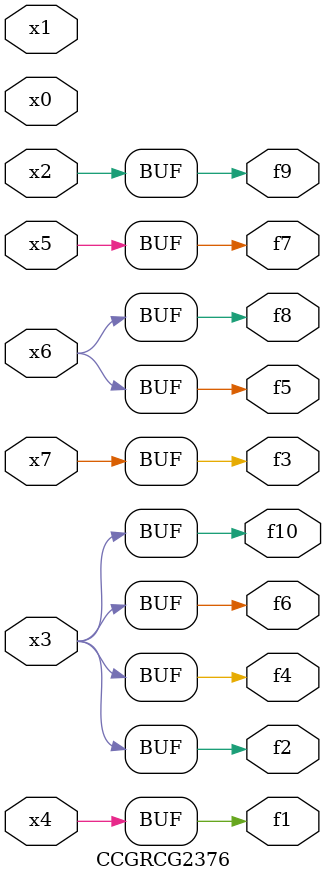
<source format=v>
module CCGRCG2376(
	input x0, x1, x2, x3, x4, x5, x6, x7,
	output f1, f2, f3, f4, f5, f6, f7, f8, f9, f10
);
	assign f1 = x4;
	assign f2 = x3;
	assign f3 = x7;
	assign f4 = x3;
	assign f5 = x6;
	assign f6 = x3;
	assign f7 = x5;
	assign f8 = x6;
	assign f9 = x2;
	assign f10 = x3;
endmodule

</source>
